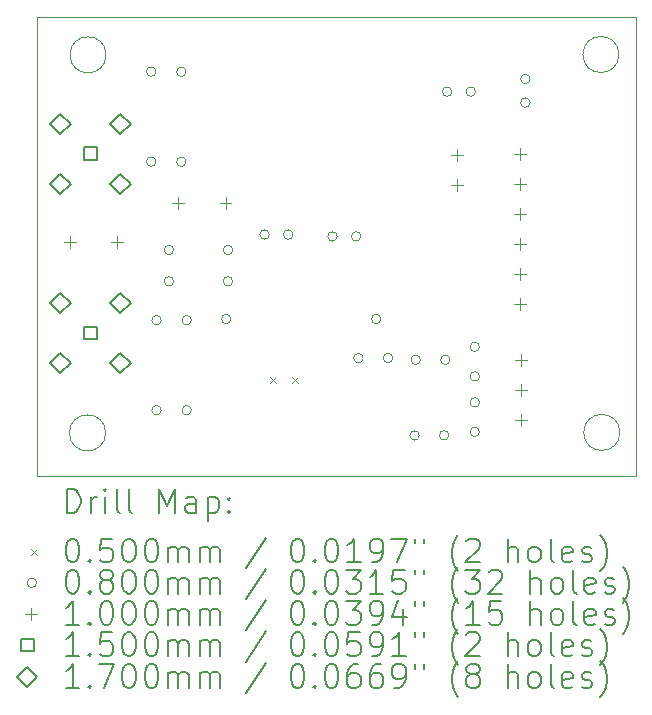
<source format=gbr>
%FSLAX45Y45*%
G04 Gerber Fmt 4.5, Leading zero omitted, Abs format (unit mm)*
G04 Created by KiCad (PCBNEW 6.0.2) date 2022-11-10 22:55:13*
%MOMM*%
%LPD*%
G01*
G04 APERTURE LIST*
%TA.AperFunction,Profile*%
%ADD10C,0.050000*%
%TD*%
%ADD11C,0.200000*%
%ADD12C,0.050000*%
%ADD13C,0.080000*%
%ADD14C,0.100000*%
%ADD15C,0.150000*%
%ADD16C,0.170000*%
G04 APERTURE END LIST*
D10*
X24300000Y-4545000D02*
G75*
G03*
X24300000Y-4545000I-152643J0D01*
G01*
X24307643Y-7745000D02*
G75*
G03*
X24307643Y-7745000I-152643J0D01*
G01*
X19953558Y-7748629D02*
G75*
G03*
X19953558Y-7748629I-152643J0D01*
G01*
X24447500Y-8112000D02*
X19372500Y-8112000D01*
X19372500Y-8112000D02*
X19372500Y-4230000D01*
X19372500Y-4230000D02*
X24447500Y-4230000D01*
X24447500Y-4230000D02*
X24447500Y-8112000D01*
X19957643Y-4548000D02*
G75*
G03*
X19957643Y-4548000I-152643J0D01*
G01*
D11*
D12*
X21345000Y-7275000D02*
X21395000Y-7325000D01*
X21395000Y-7275000D02*
X21345000Y-7325000D01*
X21535000Y-7275000D02*
X21585000Y-7325000D01*
X21585000Y-7275000D02*
X21535000Y-7325000D01*
D13*
X20380000Y-4690000D02*
G75*
G03*
X20380000Y-4690000I-40000J0D01*
G01*
X20380000Y-5452000D02*
G75*
G03*
X20380000Y-5452000I-40000J0D01*
G01*
X20425000Y-6795000D02*
G75*
G03*
X20425000Y-6795000I-40000J0D01*
G01*
X20425000Y-7557000D02*
G75*
G03*
X20425000Y-7557000I-40000J0D01*
G01*
X20530000Y-6200000D02*
G75*
G03*
X20530000Y-6200000I-40000J0D01*
G01*
X20530000Y-6465000D02*
G75*
G03*
X20530000Y-6465000I-40000J0D01*
G01*
X20635000Y-4691000D02*
G75*
G03*
X20635000Y-4691000I-40000J0D01*
G01*
X20635000Y-5453000D02*
G75*
G03*
X20635000Y-5453000I-40000J0D01*
G01*
X20680000Y-6795000D02*
G75*
G03*
X20680000Y-6795000I-40000J0D01*
G01*
X20680000Y-7557000D02*
G75*
G03*
X20680000Y-7557000I-40000J0D01*
G01*
X21015000Y-6785000D02*
G75*
G03*
X21015000Y-6785000I-40000J0D01*
G01*
X21030000Y-6200000D02*
G75*
G03*
X21030000Y-6200000I-40000J0D01*
G01*
X21030000Y-6465000D02*
G75*
G03*
X21030000Y-6465000I-40000J0D01*
G01*
X21340000Y-6070000D02*
G75*
G03*
X21340000Y-6070000I-40000J0D01*
G01*
X21540000Y-6070000D02*
G75*
G03*
X21540000Y-6070000I-40000J0D01*
G01*
X21915000Y-6085000D02*
G75*
G03*
X21915000Y-6085000I-40000J0D01*
G01*
X22115000Y-6085000D02*
G75*
G03*
X22115000Y-6085000I-40000J0D01*
G01*
X22135000Y-7115000D02*
G75*
G03*
X22135000Y-7115000I-40000J0D01*
G01*
X22285000Y-6785000D02*
G75*
G03*
X22285000Y-6785000I-40000J0D01*
G01*
X22385000Y-7115000D02*
G75*
G03*
X22385000Y-7115000I-40000J0D01*
G01*
X22610000Y-7770000D02*
G75*
G03*
X22610000Y-7770000I-40000J0D01*
G01*
X22620000Y-7130000D02*
G75*
G03*
X22620000Y-7130000I-40000J0D01*
G01*
X22860000Y-7770000D02*
G75*
G03*
X22860000Y-7770000I-40000J0D01*
G01*
X22870000Y-7130000D02*
G75*
G03*
X22870000Y-7130000I-40000J0D01*
G01*
X22885000Y-4860000D02*
G75*
G03*
X22885000Y-4860000I-40000J0D01*
G01*
X23085000Y-4860000D02*
G75*
G03*
X23085000Y-4860000I-40000J0D01*
G01*
X23120000Y-7020000D02*
G75*
G03*
X23120000Y-7020000I-40000J0D01*
G01*
X23120000Y-7270000D02*
G75*
G03*
X23120000Y-7270000I-40000J0D01*
G01*
X23120000Y-7490000D02*
G75*
G03*
X23120000Y-7490000I-40000J0D01*
G01*
X23120000Y-7740000D02*
G75*
G03*
X23120000Y-7740000I-40000J0D01*
G01*
X23548000Y-4752511D02*
G75*
G03*
X23548000Y-4752511I-40000J0D01*
G01*
X23548000Y-4952511D02*
G75*
G03*
X23548000Y-4952511I-40000J0D01*
G01*
D14*
X19652000Y-6086000D02*
X19652000Y-6186000D01*
X19602000Y-6136000D02*
X19702000Y-6136000D01*
X20052000Y-6086000D02*
X20052000Y-6186000D01*
X20002000Y-6136000D02*
X20102000Y-6136000D01*
X20570000Y-5750000D02*
X20570000Y-5850000D01*
X20520000Y-5800000D02*
X20620000Y-5800000D01*
X20970000Y-5750000D02*
X20970000Y-5850000D01*
X20920000Y-5800000D02*
X21020000Y-5800000D01*
X22930000Y-5343500D02*
X22930000Y-5443500D01*
X22880000Y-5393500D02*
X22980000Y-5393500D01*
X22930000Y-5597500D02*
X22930000Y-5697500D01*
X22880000Y-5647500D02*
X22980000Y-5647500D01*
X23460000Y-5340000D02*
X23460000Y-5440000D01*
X23410000Y-5390000D02*
X23510000Y-5390000D01*
X23460000Y-5594000D02*
X23460000Y-5694000D01*
X23410000Y-5644000D02*
X23510000Y-5644000D01*
X23460000Y-5848000D02*
X23460000Y-5948000D01*
X23410000Y-5898000D02*
X23510000Y-5898000D01*
X23460000Y-6102000D02*
X23460000Y-6202000D01*
X23410000Y-6152000D02*
X23510000Y-6152000D01*
X23460000Y-6356000D02*
X23460000Y-6456000D01*
X23410000Y-6406000D02*
X23510000Y-6406000D01*
X23460000Y-6610000D02*
X23460000Y-6710000D01*
X23410000Y-6660000D02*
X23510000Y-6660000D01*
X23470000Y-7080000D02*
X23470000Y-7180000D01*
X23420000Y-7130000D02*
X23520000Y-7130000D01*
X23470000Y-7334000D02*
X23470000Y-7434000D01*
X23420000Y-7384000D02*
X23520000Y-7384000D01*
X23470000Y-7588000D02*
X23470000Y-7688000D01*
X23420000Y-7638000D02*
X23520000Y-7638000D01*
D15*
X19879034Y-5437034D02*
X19879034Y-5330967D01*
X19772967Y-5330967D01*
X19772967Y-5437034D01*
X19879034Y-5437034D01*
X19879034Y-6955033D02*
X19879034Y-6848966D01*
X19772967Y-6848966D01*
X19772967Y-6955033D01*
X19879034Y-6955033D01*
D16*
X19572000Y-5215000D02*
X19657000Y-5130000D01*
X19572000Y-5045000D01*
X19487000Y-5130000D01*
X19572000Y-5215000D01*
X19572000Y-5723000D02*
X19657000Y-5638000D01*
X19572000Y-5553000D01*
X19487000Y-5638000D01*
X19572000Y-5723000D01*
X19572000Y-6733000D02*
X19657000Y-6648000D01*
X19572000Y-6563000D01*
X19487000Y-6648000D01*
X19572000Y-6733000D01*
X19572000Y-7241000D02*
X19657000Y-7156000D01*
X19572000Y-7071000D01*
X19487000Y-7156000D01*
X19572000Y-7241000D01*
X20080000Y-5215000D02*
X20165000Y-5130000D01*
X20080000Y-5045000D01*
X19995000Y-5130000D01*
X20080000Y-5215000D01*
X20080000Y-5723000D02*
X20165000Y-5638000D01*
X20080000Y-5553000D01*
X19995000Y-5638000D01*
X20080000Y-5723000D01*
X20080000Y-6733000D02*
X20165000Y-6648000D01*
X20080000Y-6563000D01*
X19995000Y-6648000D01*
X20080000Y-6733000D01*
X20080000Y-7241000D02*
X20165000Y-7156000D01*
X20080000Y-7071000D01*
X19995000Y-7156000D01*
X20080000Y-7241000D01*
D11*
X19627619Y-8424976D02*
X19627619Y-8224976D01*
X19675238Y-8224976D01*
X19703810Y-8234500D01*
X19722857Y-8253548D01*
X19732381Y-8272595D01*
X19741905Y-8310690D01*
X19741905Y-8339262D01*
X19732381Y-8377357D01*
X19722857Y-8396405D01*
X19703810Y-8415452D01*
X19675238Y-8424976D01*
X19627619Y-8424976D01*
X19827619Y-8424976D02*
X19827619Y-8291643D01*
X19827619Y-8329738D02*
X19837143Y-8310690D01*
X19846667Y-8301167D01*
X19865714Y-8291643D01*
X19884762Y-8291643D01*
X19951429Y-8424976D02*
X19951429Y-8291643D01*
X19951429Y-8224976D02*
X19941905Y-8234500D01*
X19951429Y-8244024D01*
X19960952Y-8234500D01*
X19951429Y-8224976D01*
X19951429Y-8244024D01*
X20075238Y-8424976D02*
X20056190Y-8415452D01*
X20046667Y-8396405D01*
X20046667Y-8224976D01*
X20180000Y-8424976D02*
X20160952Y-8415452D01*
X20151429Y-8396405D01*
X20151429Y-8224976D01*
X20408571Y-8424976D02*
X20408571Y-8224976D01*
X20475238Y-8367833D01*
X20541905Y-8224976D01*
X20541905Y-8424976D01*
X20722857Y-8424976D02*
X20722857Y-8320214D01*
X20713333Y-8301167D01*
X20694286Y-8291643D01*
X20656190Y-8291643D01*
X20637143Y-8301167D01*
X20722857Y-8415452D02*
X20703810Y-8424976D01*
X20656190Y-8424976D01*
X20637143Y-8415452D01*
X20627619Y-8396405D01*
X20627619Y-8377357D01*
X20637143Y-8358309D01*
X20656190Y-8348786D01*
X20703810Y-8348786D01*
X20722857Y-8339262D01*
X20818095Y-8291643D02*
X20818095Y-8491643D01*
X20818095Y-8301167D02*
X20837143Y-8291643D01*
X20875238Y-8291643D01*
X20894286Y-8301167D01*
X20903810Y-8310690D01*
X20913333Y-8329738D01*
X20913333Y-8386881D01*
X20903810Y-8405929D01*
X20894286Y-8415452D01*
X20875238Y-8424976D01*
X20837143Y-8424976D01*
X20818095Y-8415452D01*
X20999048Y-8405929D02*
X21008571Y-8415452D01*
X20999048Y-8424976D01*
X20989524Y-8415452D01*
X20999048Y-8405929D01*
X20999048Y-8424976D01*
X20999048Y-8301167D02*
X21008571Y-8310690D01*
X20999048Y-8320214D01*
X20989524Y-8310690D01*
X20999048Y-8301167D01*
X20999048Y-8320214D01*
D12*
X19320000Y-8729500D02*
X19370000Y-8779500D01*
X19370000Y-8729500D02*
X19320000Y-8779500D01*
D11*
X19665714Y-8644976D02*
X19684762Y-8644976D01*
X19703810Y-8654500D01*
X19713333Y-8664024D01*
X19722857Y-8683071D01*
X19732381Y-8721167D01*
X19732381Y-8768786D01*
X19722857Y-8806881D01*
X19713333Y-8825929D01*
X19703810Y-8835452D01*
X19684762Y-8844976D01*
X19665714Y-8844976D01*
X19646667Y-8835452D01*
X19637143Y-8825929D01*
X19627619Y-8806881D01*
X19618095Y-8768786D01*
X19618095Y-8721167D01*
X19627619Y-8683071D01*
X19637143Y-8664024D01*
X19646667Y-8654500D01*
X19665714Y-8644976D01*
X19818095Y-8825929D02*
X19827619Y-8835452D01*
X19818095Y-8844976D01*
X19808571Y-8835452D01*
X19818095Y-8825929D01*
X19818095Y-8844976D01*
X20008571Y-8644976D02*
X19913333Y-8644976D01*
X19903810Y-8740214D01*
X19913333Y-8730690D01*
X19932381Y-8721167D01*
X19980000Y-8721167D01*
X19999048Y-8730690D01*
X20008571Y-8740214D01*
X20018095Y-8759262D01*
X20018095Y-8806881D01*
X20008571Y-8825929D01*
X19999048Y-8835452D01*
X19980000Y-8844976D01*
X19932381Y-8844976D01*
X19913333Y-8835452D01*
X19903810Y-8825929D01*
X20141905Y-8644976D02*
X20160952Y-8644976D01*
X20180000Y-8654500D01*
X20189524Y-8664024D01*
X20199048Y-8683071D01*
X20208571Y-8721167D01*
X20208571Y-8768786D01*
X20199048Y-8806881D01*
X20189524Y-8825929D01*
X20180000Y-8835452D01*
X20160952Y-8844976D01*
X20141905Y-8844976D01*
X20122857Y-8835452D01*
X20113333Y-8825929D01*
X20103810Y-8806881D01*
X20094286Y-8768786D01*
X20094286Y-8721167D01*
X20103810Y-8683071D01*
X20113333Y-8664024D01*
X20122857Y-8654500D01*
X20141905Y-8644976D01*
X20332381Y-8644976D02*
X20351429Y-8644976D01*
X20370476Y-8654500D01*
X20380000Y-8664024D01*
X20389524Y-8683071D01*
X20399048Y-8721167D01*
X20399048Y-8768786D01*
X20389524Y-8806881D01*
X20380000Y-8825929D01*
X20370476Y-8835452D01*
X20351429Y-8844976D01*
X20332381Y-8844976D01*
X20313333Y-8835452D01*
X20303810Y-8825929D01*
X20294286Y-8806881D01*
X20284762Y-8768786D01*
X20284762Y-8721167D01*
X20294286Y-8683071D01*
X20303810Y-8664024D01*
X20313333Y-8654500D01*
X20332381Y-8644976D01*
X20484762Y-8844976D02*
X20484762Y-8711643D01*
X20484762Y-8730690D02*
X20494286Y-8721167D01*
X20513333Y-8711643D01*
X20541905Y-8711643D01*
X20560952Y-8721167D01*
X20570476Y-8740214D01*
X20570476Y-8844976D01*
X20570476Y-8740214D02*
X20580000Y-8721167D01*
X20599048Y-8711643D01*
X20627619Y-8711643D01*
X20646667Y-8721167D01*
X20656190Y-8740214D01*
X20656190Y-8844976D01*
X20751429Y-8844976D02*
X20751429Y-8711643D01*
X20751429Y-8730690D02*
X20760952Y-8721167D01*
X20780000Y-8711643D01*
X20808571Y-8711643D01*
X20827619Y-8721167D01*
X20837143Y-8740214D01*
X20837143Y-8844976D01*
X20837143Y-8740214D02*
X20846667Y-8721167D01*
X20865714Y-8711643D01*
X20894286Y-8711643D01*
X20913333Y-8721167D01*
X20922857Y-8740214D01*
X20922857Y-8844976D01*
X21313333Y-8635452D02*
X21141905Y-8892595D01*
X21570476Y-8644976D02*
X21589524Y-8644976D01*
X21608571Y-8654500D01*
X21618095Y-8664024D01*
X21627619Y-8683071D01*
X21637143Y-8721167D01*
X21637143Y-8768786D01*
X21627619Y-8806881D01*
X21618095Y-8825929D01*
X21608571Y-8835452D01*
X21589524Y-8844976D01*
X21570476Y-8844976D01*
X21551429Y-8835452D01*
X21541905Y-8825929D01*
X21532381Y-8806881D01*
X21522857Y-8768786D01*
X21522857Y-8721167D01*
X21532381Y-8683071D01*
X21541905Y-8664024D01*
X21551429Y-8654500D01*
X21570476Y-8644976D01*
X21722857Y-8825929D02*
X21732381Y-8835452D01*
X21722857Y-8844976D01*
X21713333Y-8835452D01*
X21722857Y-8825929D01*
X21722857Y-8844976D01*
X21856190Y-8644976D02*
X21875238Y-8644976D01*
X21894286Y-8654500D01*
X21903810Y-8664024D01*
X21913333Y-8683071D01*
X21922857Y-8721167D01*
X21922857Y-8768786D01*
X21913333Y-8806881D01*
X21903810Y-8825929D01*
X21894286Y-8835452D01*
X21875238Y-8844976D01*
X21856190Y-8844976D01*
X21837143Y-8835452D01*
X21827619Y-8825929D01*
X21818095Y-8806881D01*
X21808571Y-8768786D01*
X21808571Y-8721167D01*
X21818095Y-8683071D01*
X21827619Y-8664024D01*
X21837143Y-8654500D01*
X21856190Y-8644976D01*
X22113333Y-8844976D02*
X21999048Y-8844976D01*
X22056190Y-8844976D02*
X22056190Y-8644976D01*
X22037143Y-8673548D01*
X22018095Y-8692595D01*
X21999048Y-8702119D01*
X22208571Y-8844976D02*
X22246667Y-8844976D01*
X22265714Y-8835452D01*
X22275238Y-8825929D01*
X22294286Y-8797357D01*
X22303810Y-8759262D01*
X22303810Y-8683071D01*
X22294286Y-8664024D01*
X22284762Y-8654500D01*
X22265714Y-8644976D01*
X22227619Y-8644976D01*
X22208571Y-8654500D01*
X22199048Y-8664024D01*
X22189524Y-8683071D01*
X22189524Y-8730690D01*
X22199048Y-8749738D01*
X22208571Y-8759262D01*
X22227619Y-8768786D01*
X22265714Y-8768786D01*
X22284762Y-8759262D01*
X22294286Y-8749738D01*
X22303810Y-8730690D01*
X22370476Y-8644976D02*
X22503809Y-8644976D01*
X22418095Y-8844976D01*
X22570476Y-8644976D02*
X22570476Y-8683071D01*
X22646667Y-8644976D02*
X22646667Y-8683071D01*
X22941905Y-8921167D02*
X22932381Y-8911643D01*
X22913333Y-8883071D01*
X22903809Y-8864024D01*
X22894286Y-8835452D01*
X22884762Y-8787833D01*
X22884762Y-8749738D01*
X22894286Y-8702119D01*
X22903809Y-8673548D01*
X22913333Y-8654500D01*
X22932381Y-8625929D01*
X22941905Y-8616405D01*
X23008571Y-8664024D02*
X23018095Y-8654500D01*
X23037143Y-8644976D01*
X23084762Y-8644976D01*
X23103809Y-8654500D01*
X23113333Y-8664024D01*
X23122857Y-8683071D01*
X23122857Y-8702119D01*
X23113333Y-8730690D01*
X22999048Y-8844976D01*
X23122857Y-8844976D01*
X23360952Y-8844976D02*
X23360952Y-8644976D01*
X23446667Y-8844976D02*
X23446667Y-8740214D01*
X23437143Y-8721167D01*
X23418095Y-8711643D01*
X23389524Y-8711643D01*
X23370476Y-8721167D01*
X23360952Y-8730690D01*
X23570476Y-8844976D02*
X23551428Y-8835452D01*
X23541905Y-8825929D01*
X23532381Y-8806881D01*
X23532381Y-8749738D01*
X23541905Y-8730690D01*
X23551428Y-8721167D01*
X23570476Y-8711643D01*
X23599048Y-8711643D01*
X23618095Y-8721167D01*
X23627619Y-8730690D01*
X23637143Y-8749738D01*
X23637143Y-8806881D01*
X23627619Y-8825929D01*
X23618095Y-8835452D01*
X23599048Y-8844976D01*
X23570476Y-8844976D01*
X23751428Y-8844976D02*
X23732381Y-8835452D01*
X23722857Y-8816405D01*
X23722857Y-8644976D01*
X23903809Y-8835452D02*
X23884762Y-8844976D01*
X23846667Y-8844976D01*
X23827619Y-8835452D01*
X23818095Y-8816405D01*
X23818095Y-8740214D01*
X23827619Y-8721167D01*
X23846667Y-8711643D01*
X23884762Y-8711643D01*
X23903809Y-8721167D01*
X23913333Y-8740214D01*
X23913333Y-8759262D01*
X23818095Y-8778310D01*
X23989524Y-8835452D02*
X24008571Y-8844976D01*
X24046667Y-8844976D01*
X24065714Y-8835452D01*
X24075238Y-8816405D01*
X24075238Y-8806881D01*
X24065714Y-8787833D01*
X24046667Y-8778310D01*
X24018095Y-8778310D01*
X23999048Y-8768786D01*
X23989524Y-8749738D01*
X23989524Y-8740214D01*
X23999048Y-8721167D01*
X24018095Y-8711643D01*
X24046667Y-8711643D01*
X24065714Y-8721167D01*
X24141905Y-8921167D02*
X24151428Y-8911643D01*
X24170476Y-8883071D01*
X24180000Y-8864024D01*
X24189524Y-8835452D01*
X24199048Y-8787833D01*
X24199048Y-8749738D01*
X24189524Y-8702119D01*
X24180000Y-8673548D01*
X24170476Y-8654500D01*
X24151428Y-8625929D01*
X24141905Y-8616405D01*
D13*
X19370000Y-9018500D02*
G75*
G03*
X19370000Y-9018500I-40000J0D01*
G01*
D11*
X19665714Y-8908976D02*
X19684762Y-8908976D01*
X19703810Y-8918500D01*
X19713333Y-8928024D01*
X19722857Y-8947071D01*
X19732381Y-8985167D01*
X19732381Y-9032786D01*
X19722857Y-9070881D01*
X19713333Y-9089929D01*
X19703810Y-9099452D01*
X19684762Y-9108976D01*
X19665714Y-9108976D01*
X19646667Y-9099452D01*
X19637143Y-9089929D01*
X19627619Y-9070881D01*
X19618095Y-9032786D01*
X19618095Y-8985167D01*
X19627619Y-8947071D01*
X19637143Y-8928024D01*
X19646667Y-8918500D01*
X19665714Y-8908976D01*
X19818095Y-9089929D02*
X19827619Y-9099452D01*
X19818095Y-9108976D01*
X19808571Y-9099452D01*
X19818095Y-9089929D01*
X19818095Y-9108976D01*
X19941905Y-8994690D02*
X19922857Y-8985167D01*
X19913333Y-8975643D01*
X19903810Y-8956595D01*
X19903810Y-8947071D01*
X19913333Y-8928024D01*
X19922857Y-8918500D01*
X19941905Y-8908976D01*
X19980000Y-8908976D01*
X19999048Y-8918500D01*
X20008571Y-8928024D01*
X20018095Y-8947071D01*
X20018095Y-8956595D01*
X20008571Y-8975643D01*
X19999048Y-8985167D01*
X19980000Y-8994690D01*
X19941905Y-8994690D01*
X19922857Y-9004214D01*
X19913333Y-9013738D01*
X19903810Y-9032786D01*
X19903810Y-9070881D01*
X19913333Y-9089929D01*
X19922857Y-9099452D01*
X19941905Y-9108976D01*
X19980000Y-9108976D01*
X19999048Y-9099452D01*
X20008571Y-9089929D01*
X20018095Y-9070881D01*
X20018095Y-9032786D01*
X20008571Y-9013738D01*
X19999048Y-9004214D01*
X19980000Y-8994690D01*
X20141905Y-8908976D02*
X20160952Y-8908976D01*
X20180000Y-8918500D01*
X20189524Y-8928024D01*
X20199048Y-8947071D01*
X20208571Y-8985167D01*
X20208571Y-9032786D01*
X20199048Y-9070881D01*
X20189524Y-9089929D01*
X20180000Y-9099452D01*
X20160952Y-9108976D01*
X20141905Y-9108976D01*
X20122857Y-9099452D01*
X20113333Y-9089929D01*
X20103810Y-9070881D01*
X20094286Y-9032786D01*
X20094286Y-8985167D01*
X20103810Y-8947071D01*
X20113333Y-8928024D01*
X20122857Y-8918500D01*
X20141905Y-8908976D01*
X20332381Y-8908976D02*
X20351429Y-8908976D01*
X20370476Y-8918500D01*
X20380000Y-8928024D01*
X20389524Y-8947071D01*
X20399048Y-8985167D01*
X20399048Y-9032786D01*
X20389524Y-9070881D01*
X20380000Y-9089929D01*
X20370476Y-9099452D01*
X20351429Y-9108976D01*
X20332381Y-9108976D01*
X20313333Y-9099452D01*
X20303810Y-9089929D01*
X20294286Y-9070881D01*
X20284762Y-9032786D01*
X20284762Y-8985167D01*
X20294286Y-8947071D01*
X20303810Y-8928024D01*
X20313333Y-8918500D01*
X20332381Y-8908976D01*
X20484762Y-9108976D02*
X20484762Y-8975643D01*
X20484762Y-8994690D02*
X20494286Y-8985167D01*
X20513333Y-8975643D01*
X20541905Y-8975643D01*
X20560952Y-8985167D01*
X20570476Y-9004214D01*
X20570476Y-9108976D01*
X20570476Y-9004214D02*
X20580000Y-8985167D01*
X20599048Y-8975643D01*
X20627619Y-8975643D01*
X20646667Y-8985167D01*
X20656190Y-9004214D01*
X20656190Y-9108976D01*
X20751429Y-9108976D02*
X20751429Y-8975643D01*
X20751429Y-8994690D02*
X20760952Y-8985167D01*
X20780000Y-8975643D01*
X20808571Y-8975643D01*
X20827619Y-8985167D01*
X20837143Y-9004214D01*
X20837143Y-9108976D01*
X20837143Y-9004214D02*
X20846667Y-8985167D01*
X20865714Y-8975643D01*
X20894286Y-8975643D01*
X20913333Y-8985167D01*
X20922857Y-9004214D01*
X20922857Y-9108976D01*
X21313333Y-8899452D02*
X21141905Y-9156595D01*
X21570476Y-8908976D02*
X21589524Y-8908976D01*
X21608571Y-8918500D01*
X21618095Y-8928024D01*
X21627619Y-8947071D01*
X21637143Y-8985167D01*
X21637143Y-9032786D01*
X21627619Y-9070881D01*
X21618095Y-9089929D01*
X21608571Y-9099452D01*
X21589524Y-9108976D01*
X21570476Y-9108976D01*
X21551429Y-9099452D01*
X21541905Y-9089929D01*
X21532381Y-9070881D01*
X21522857Y-9032786D01*
X21522857Y-8985167D01*
X21532381Y-8947071D01*
X21541905Y-8928024D01*
X21551429Y-8918500D01*
X21570476Y-8908976D01*
X21722857Y-9089929D02*
X21732381Y-9099452D01*
X21722857Y-9108976D01*
X21713333Y-9099452D01*
X21722857Y-9089929D01*
X21722857Y-9108976D01*
X21856190Y-8908976D02*
X21875238Y-8908976D01*
X21894286Y-8918500D01*
X21903810Y-8928024D01*
X21913333Y-8947071D01*
X21922857Y-8985167D01*
X21922857Y-9032786D01*
X21913333Y-9070881D01*
X21903810Y-9089929D01*
X21894286Y-9099452D01*
X21875238Y-9108976D01*
X21856190Y-9108976D01*
X21837143Y-9099452D01*
X21827619Y-9089929D01*
X21818095Y-9070881D01*
X21808571Y-9032786D01*
X21808571Y-8985167D01*
X21818095Y-8947071D01*
X21827619Y-8928024D01*
X21837143Y-8918500D01*
X21856190Y-8908976D01*
X21989524Y-8908976D02*
X22113333Y-8908976D01*
X22046667Y-8985167D01*
X22075238Y-8985167D01*
X22094286Y-8994690D01*
X22103810Y-9004214D01*
X22113333Y-9023262D01*
X22113333Y-9070881D01*
X22103810Y-9089929D01*
X22094286Y-9099452D01*
X22075238Y-9108976D01*
X22018095Y-9108976D01*
X21999048Y-9099452D01*
X21989524Y-9089929D01*
X22303810Y-9108976D02*
X22189524Y-9108976D01*
X22246667Y-9108976D02*
X22246667Y-8908976D01*
X22227619Y-8937548D01*
X22208571Y-8956595D01*
X22189524Y-8966119D01*
X22484762Y-8908976D02*
X22389524Y-8908976D01*
X22380000Y-9004214D01*
X22389524Y-8994690D01*
X22408571Y-8985167D01*
X22456190Y-8985167D01*
X22475238Y-8994690D01*
X22484762Y-9004214D01*
X22494286Y-9023262D01*
X22494286Y-9070881D01*
X22484762Y-9089929D01*
X22475238Y-9099452D01*
X22456190Y-9108976D01*
X22408571Y-9108976D01*
X22389524Y-9099452D01*
X22380000Y-9089929D01*
X22570476Y-8908976D02*
X22570476Y-8947071D01*
X22646667Y-8908976D02*
X22646667Y-8947071D01*
X22941905Y-9185167D02*
X22932381Y-9175643D01*
X22913333Y-9147071D01*
X22903809Y-9128024D01*
X22894286Y-9099452D01*
X22884762Y-9051833D01*
X22884762Y-9013738D01*
X22894286Y-8966119D01*
X22903809Y-8937548D01*
X22913333Y-8918500D01*
X22932381Y-8889929D01*
X22941905Y-8880405D01*
X22999048Y-8908976D02*
X23122857Y-8908976D01*
X23056190Y-8985167D01*
X23084762Y-8985167D01*
X23103809Y-8994690D01*
X23113333Y-9004214D01*
X23122857Y-9023262D01*
X23122857Y-9070881D01*
X23113333Y-9089929D01*
X23103809Y-9099452D01*
X23084762Y-9108976D01*
X23027619Y-9108976D01*
X23008571Y-9099452D01*
X22999048Y-9089929D01*
X23199048Y-8928024D02*
X23208571Y-8918500D01*
X23227619Y-8908976D01*
X23275238Y-8908976D01*
X23294286Y-8918500D01*
X23303809Y-8928024D01*
X23313333Y-8947071D01*
X23313333Y-8966119D01*
X23303809Y-8994690D01*
X23189524Y-9108976D01*
X23313333Y-9108976D01*
X23551428Y-9108976D02*
X23551428Y-8908976D01*
X23637143Y-9108976D02*
X23637143Y-9004214D01*
X23627619Y-8985167D01*
X23608571Y-8975643D01*
X23580000Y-8975643D01*
X23560952Y-8985167D01*
X23551428Y-8994690D01*
X23760952Y-9108976D02*
X23741905Y-9099452D01*
X23732381Y-9089929D01*
X23722857Y-9070881D01*
X23722857Y-9013738D01*
X23732381Y-8994690D01*
X23741905Y-8985167D01*
X23760952Y-8975643D01*
X23789524Y-8975643D01*
X23808571Y-8985167D01*
X23818095Y-8994690D01*
X23827619Y-9013738D01*
X23827619Y-9070881D01*
X23818095Y-9089929D01*
X23808571Y-9099452D01*
X23789524Y-9108976D01*
X23760952Y-9108976D01*
X23941905Y-9108976D02*
X23922857Y-9099452D01*
X23913333Y-9080405D01*
X23913333Y-8908976D01*
X24094286Y-9099452D02*
X24075238Y-9108976D01*
X24037143Y-9108976D01*
X24018095Y-9099452D01*
X24008571Y-9080405D01*
X24008571Y-9004214D01*
X24018095Y-8985167D01*
X24037143Y-8975643D01*
X24075238Y-8975643D01*
X24094286Y-8985167D01*
X24103809Y-9004214D01*
X24103809Y-9023262D01*
X24008571Y-9042310D01*
X24180000Y-9099452D02*
X24199048Y-9108976D01*
X24237143Y-9108976D01*
X24256190Y-9099452D01*
X24265714Y-9080405D01*
X24265714Y-9070881D01*
X24256190Y-9051833D01*
X24237143Y-9042310D01*
X24208571Y-9042310D01*
X24189524Y-9032786D01*
X24180000Y-9013738D01*
X24180000Y-9004214D01*
X24189524Y-8985167D01*
X24208571Y-8975643D01*
X24237143Y-8975643D01*
X24256190Y-8985167D01*
X24332381Y-9185167D02*
X24341905Y-9175643D01*
X24360952Y-9147071D01*
X24370476Y-9128024D01*
X24380000Y-9099452D01*
X24389524Y-9051833D01*
X24389524Y-9013738D01*
X24380000Y-8966119D01*
X24370476Y-8937548D01*
X24360952Y-8918500D01*
X24341905Y-8889929D01*
X24332381Y-8880405D01*
D14*
X19320000Y-9232500D02*
X19320000Y-9332500D01*
X19270000Y-9282500D02*
X19370000Y-9282500D01*
D11*
X19732381Y-9372976D02*
X19618095Y-9372976D01*
X19675238Y-9372976D02*
X19675238Y-9172976D01*
X19656190Y-9201548D01*
X19637143Y-9220595D01*
X19618095Y-9230119D01*
X19818095Y-9353929D02*
X19827619Y-9363452D01*
X19818095Y-9372976D01*
X19808571Y-9363452D01*
X19818095Y-9353929D01*
X19818095Y-9372976D01*
X19951429Y-9172976D02*
X19970476Y-9172976D01*
X19989524Y-9182500D01*
X19999048Y-9192024D01*
X20008571Y-9211071D01*
X20018095Y-9249167D01*
X20018095Y-9296786D01*
X20008571Y-9334881D01*
X19999048Y-9353929D01*
X19989524Y-9363452D01*
X19970476Y-9372976D01*
X19951429Y-9372976D01*
X19932381Y-9363452D01*
X19922857Y-9353929D01*
X19913333Y-9334881D01*
X19903810Y-9296786D01*
X19903810Y-9249167D01*
X19913333Y-9211071D01*
X19922857Y-9192024D01*
X19932381Y-9182500D01*
X19951429Y-9172976D01*
X20141905Y-9172976D02*
X20160952Y-9172976D01*
X20180000Y-9182500D01*
X20189524Y-9192024D01*
X20199048Y-9211071D01*
X20208571Y-9249167D01*
X20208571Y-9296786D01*
X20199048Y-9334881D01*
X20189524Y-9353929D01*
X20180000Y-9363452D01*
X20160952Y-9372976D01*
X20141905Y-9372976D01*
X20122857Y-9363452D01*
X20113333Y-9353929D01*
X20103810Y-9334881D01*
X20094286Y-9296786D01*
X20094286Y-9249167D01*
X20103810Y-9211071D01*
X20113333Y-9192024D01*
X20122857Y-9182500D01*
X20141905Y-9172976D01*
X20332381Y-9172976D02*
X20351429Y-9172976D01*
X20370476Y-9182500D01*
X20380000Y-9192024D01*
X20389524Y-9211071D01*
X20399048Y-9249167D01*
X20399048Y-9296786D01*
X20389524Y-9334881D01*
X20380000Y-9353929D01*
X20370476Y-9363452D01*
X20351429Y-9372976D01*
X20332381Y-9372976D01*
X20313333Y-9363452D01*
X20303810Y-9353929D01*
X20294286Y-9334881D01*
X20284762Y-9296786D01*
X20284762Y-9249167D01*
X20294286Y-9211071D01*
X20303810Y-9192024D01*
X20313333Y-9182500D01*
X20332381Y-9172976D01*
X20484762Y-9372976D02*
X20484762Y-9239643D01*
X20484762Y-9258690D02*
X20494286Y-9249167D01*
X20513333Y-9239643D01*
X20541905Y-9239643D01*
X20560952Y-9249167D01*
X20570476Y-9268214D01*
X20570476Y-9372976D01*
X20570476Y-9268214D02*
X20580000Y-9249167D01*
X20599048Y-9239643D01*
X20627619Y-9239643D01*
X20646667Y-9249167D01*
X20656190Y-9268214D01*
X20656190Y-9372976D01*
X20751429Y-9372976D02*
X20751429Y-9239643D01*
X20751429Y-9258690D02*
X20760952Y-9249167D01*
X20780000Y-9239643D01*
X20808571Y-9239643D01*
X20827619Y-9249167D01*
X20837143Y-9268214D01*
X20837143Y-9372976D01*
X20837143Y-9268214D02*
X20846667Y-9249167D01*
X20865714Y-9239643D01*
X20894286Y-9239643D01*
X20913333Y-9249167D01*
X20922857Y-9268214D01*
X20922857Y-9372976D01*
X21313333Y-9163452D02*
X21141905Y-9420595D01*
X21570476Y-9172976D02*
X21589524Y-9172976D01*
X21608571Y-9182500D01*
X21618095Y-9192024D01*
X21627619Y-9211071D01*
X21637143Y-9249167D01*
X21637143Y-9296786D01*
X21627619Y-9334881D01*
X21618095Y-9353929D01*
X21608571Y-9363452D01*
X21589524Y-9372976D01*
X21570476Y-9372976D01*
X21551429Y-9363452D01*
X21541905Y-9353929D01*
X21532381Y-9334881D01*
X21522857Y-9296786D01*
X21522857Y-9249167D01*
X21532381Y-9211071D01*
X21541905Y-9192024D01*
X21551429Y-9182500D01*
X21570476Y-9172976D01*
X21722857Y-9353929D02*
X21732381Y-9363452D01*
X21722857Y-9372976D01*
X21713333Y-9363452D01*
X21722857Y-9353929D01*
X21722857Y-9372976D01*
X21856190Y-9172976D02*
X21875238Y-9172976D01*
X21894286Y-9182500D01*
X21903810Y-9192024D01*
X21913333Y-9211071D01*
X21922857Y-9249167D01*
X21922857Y-9296786D01*
X21913333Y-9334881D01*
X21903810Y-9353929D01*
X21894286Y-9363452D01*
X21875238Y-9372976D01*
X21856190Y-9372976D01*
X21837143Y-9363452D01*
X21827619Y-9353929D01*
X21818095Y-9334881D01*
X21808571Y-9296786D01*
X21808571Y-9249167D01*
X21818095Y-9211071D01*
X21827619Y-9192024D01*
X21837143Y-9182500D01*
X21856190Y-9172976D01*
X21989524Y-9172976D02*
X22113333Y-9172976D01*
X22046667Y-9249167D01*
X22075238Y-9249167D01*
X22094286Y-9258690D01*
X22103810Y-9268214D01*
X22113333Y-9287262D01*
X22113333Y-9334881D01*
X22103810Y-9353929D01*
X22094286Y-9363452D01*
X22075238Y-9372976D01*
X22018095Y-9372976D01*
X21999048Y-9363452D01*
X21989524Y-9353929D01*
X22208571Y-9372976D02*
X22246667Y-9372976D01*
X22265714Y-9363452D01*
X22275238Y-9353929D01*
X22294286Y-9325357D01*
X22303810Y-9287262D01*
X22303810Y-9211071D01*
X22294286Y-9192024D01*
X22284762Y-9182500D01*
X22265714Y-9172976D01*
X22227619Y-9172976D01*
X22208571Y-9182500D01*
X22199048Y-9192024D01*
X22189524Y-9211071D01*
X22189524Y-9258690D01*
X22199048Y-9277738D01*
X22208571Y-9287262D01*
X22227619Y-9296786D01*
X22265714Y-9296786D01*
X22284762Y-9287262D01*
X22294286Y-9277738D01*
X22303810Y-9258690D01*
X22475238Y-9239643D02*
X22475238Y-9372976D01*
X22427619Y-9163452D02*
X22380000Y-9306310D01*
X22503809Y-9306310D01*
X22570476Y-9172976D02*
X22570476Y-9211071D01*
X22646667Y-9172976D02*
X22646667Y-9211071D01*
X22941905Y-9449167D02*
X22932381Y-9439643D01*
X22913333Y-9411071D01*
X22903809Y-9392024D01*
X22894286Y-9363452D01*
X22884762Y-9315833D01*
X22884762Y-9277738D01*
X22894286Y-9230119D01*
X22903809Y-9201548D01*
X22913333Y-9182500D01*
X22932381Y-9153929D01*
X22941905Y-9144405D01*
X23122857Y-9372976D02*
X23008571Y-9372976D01*
X23065714Y-9372976D02*
X23065714Y-9172976D01*
X23046667Y-9201548D01*
X23027619Y-9220595D01*
X23008571Y-9230119D01*
X23303809Y-9172976D02*
X23208571Y-9172976D01*
X23199048Y-9268214D01*
X23208571Y-9258690D01*
X23227619Y-9249167D01*
X23275238Y-9249167D01*
X23294286Y-9258690D01*
X23303809Y-9268214D01*
X23313333Y-9287262D01*
X23313333Y-9334881D01*
X23303809Y-9353929D01*
X23294286Y-9363452D01*
X23275238Y-9372976D01*
X23227619Y-9372976D01*
X23208571Y-9363452D01*
X23199048Y-9353929D01*
X23551428Y-9372976D02*
X23551428Y-9172976D01*
X23637143Y-9372976D02*
X23637143Y-9268214D01*
X23627619Y-9249167D01*
X23608571Y-9239643D01*
X23580000Y-9239643D01*
X23560952Y-9249167D01*
X23551428Y-9258690D01*
X23760952Y-9372976D02*
X23741905Y-9363452D01*
X23732381Y-9353929D01*
X23722857Y-9334881D01*
X23722857Y-9277738D01*
X23732381Y-9258690D01*
X23741905Y-9249167D01*
X23760952Y-9239643D01*
X23789524Y-9239643D01*
X23808571Y-9249167D01*
X23818095Y-9258690D01*
X23827619Y-9277738D01*
X23827619Y-9334881D01*
X23818095Y-9353929D01*
X23808571Y-9363452D01*
X23789524Y-9372976D01*
X23760952Y-9372976D01*
X23941905Y-9372976D02*
X23922857Y-9363452D01*
X23913333Y-9344405D01*
X23913333Y-9172976D01*
X24094286Y-9363452D02*
X24075238Y-9372976D01*
X24037143Y-9372976D01*
X24018095Y-9363452D01*
X24008571Y-9344405D01*
X24008571Y-9268214D01*
X24018095Y-9249167D01*
X24037143Y-9239643D01*
X24075238Y-9239643D01*
X24094286Y-9249167D01*
X24103809Y-9268214D01*
X24103809Y-9287262D01*
X24008571Y-9306310D01*
X24180000Y-9363452D02*
X24199048Y-9372976D01*
X24237143Y-9372976D01*
X24256190Y-9363452D01*
X24265714Y-9344405D01*
X24265714Y-9334881D01*
X24256190Y-9315833D01*
X24237143Y-9306310D01*
X24208571Y-9306310D01*
X24189524Y-9296786D01*
X24180000Y-9277738D01*
X24180000Y-9268214D01*
X24189524Y-9249167D01*
X24208571Y-9239643D01*
X24237143Y-9239643D01*
X24256190Y-9249167D01*
X24332381Y-9449167D02*
X24341905Y-9439643D01*
X24360952Y-9411071D01*
X24370476Y-9392024D01*
X24380000Y-9363452D01*
X24389524Y-9315833D01*
X24389524Y-9277738D01*
X24380000Y-9230119D01*
X24370476Y-9201548D01*
X24360952Y-9182500D01*
X24341905Y-9153929D01*
X24332381Y-9144405D01*
D15*
X19348034Y-9599534D02*
X19348034Y-9493467D01*
X19241967Y-9493467D01*
X19241967Y-9599534D01*
X19348034Y-9599534D01*
D11*
X19732381Y-9636976D02*
X19618095Y-9636976D01*
X19675238Y-9636976D02*
X19675238Y-9436976D01*
X19656190Y-9465548D01*
X19637143Y-9484595D01*
X19618095Y-9494119D01*
X19818095Y-9617929D02*
X19827619Y-9627452D01*
X19818095Y-9636976D01*
X19808571Y-9627452D01*
X19818095Y-9617929D01*
X19818095Y-9636976D01*
X20008571Y-9436976D02*
X19913333Y-9436976D01*
X19903810Y-9532214D01*
X19913333Y-9522690D01*
X19932381Y-9513167D01*
X19980000Y-9513167D01*
X19999048Y-9522690D01*
X20008571Y-9532214D01*
X20018095Y-9551262D01*
X20018095Y-9598881D01*
X20008571Y-9617929D01*
X19999048Y-9627452D01*
X19980000Y-9636976D01*
X19932381Y-9636976D01*
X19913333Y-9627452D01*
X19903810Y-9617929D01*
X20141905Y-9436976D02*
X20160952Y-9436976D01*
X20180000Y-9446500D01*
X20189524Y-9456024D01*
X20199048Y-9475071D01*
X20208571Y-9513167D01*
X20208571Y-9560786D01*
X20199048Y-9598881D01*
X20189524Y-9617929D01*
X20180000Y-9627452D01*
X20160952Y-9636976D01*
X20141905Y-9636976D01*
X20122857Y-9627452D01*
X20113333Y-9617929D01*
X20103810Y-9598881D01*
X20094286Y-9560786D01*
X20094286Y-9513167D01*
X20103810Y-9475071D01*
X20113333Y-9456024D01*
X20122857Y-9446500D01*
X20141905Y-9436976D01*
X20332381Y-9436976D02*
X20351429Y-9436976D01*
X20370476Y-9446500D01*
X20380000Y-9456024D01*
X20389524Y-9475071D01*
X20399048Y-9513167D01*
X20399048Y-9560786D01*
X20389524Y-9598881D01*
X20380000Y-9617929D01*
X20370476Y-9627452D01*
X20351429Y-9636976D01*
X20332381Y-9636976D01*
X20313333Y-9627452D01*
X20303810Y-9617929D01*
X20294286Y-9598881D01*
X20284762Y-9560786D01*
X20284762Y-9513167D01*
X20294286Y-9475071D01*
X20303810Y-9456024D01*
X20313333Y-9446500D01*
X20332381Y-9436976D01*
X20484762Y-9636976D02*
X20484762Y-9503643D01*
X20484762Y-9522690D02*
X20494286Y-9513167D01*
X20513333Y-9503643D01*
X20541905Y-9503643D01*
X20560952Y-9513167D01*
X20570476Y-9532214D01*
X20570476Y-9636976D01*
X20570476Y-9532214D02*
X20580000Y-9513167D01*
X20599048Y-9503643D01*
X20627619Y-9503643D01*
X20646667Y-9513167D01*
X20656190Y-9532214D01*
X20656190Y-9636976D01*
X20751429Y-9636976D02*
X20751429Y-9503643D01*
X20751429Y-9522690D02*
X20760952Y-9513167D01*
X20780000Y-9503643D01*
X20808571Y-9503643D01*
X20827619Y-9513167D01*
X20837143Y-9532214D01*
X20837143Y-9636976D01*
X20837143Y-9532214D02*
X20846667Y-9513167D01*
X20865714Y-9503643D01*
X20894286Y-9503643D01*
X20913333Y-9513167D01*
X20922857Y-9532214D01*
X20922857Y-9636976D01*
X21313333Y-9427452D02*
X21141905Y-9684595D01*
X21570476Y-9436976D02*
X21589524Y-9436976D01*
X21608571Y-9446500D01*
X21618095Y-9456024D01*
X21627619Y-9475071D01*
X21637143Y-9513167D01*
X21637143Y-9560786D01*
X21627619Y-9598881D01*
X21618095Y-9617929D01*
X21608571Y-9627452D01*
X21589524Y-9636976D01*
X21570476Y-9636976D01*
X21551429Y-9627452D01*
X21541905Y-9617929D01*
X21532381Y-9598881D01*
X21522857Y-9560786D01*
X21522857Y-9513167D01*
X21532381Y-9475071D01*
X21541905Y-9456024D01*
X21551429Y-9446500D01*
X21570476Y-9436976D01*
X21722857Y-9617929D02*
X21732381Y-9627452D01*
X21722857Y-9636976D01*
X21713333Y-9627452D01*
X21722857Y-9617929D01*
X21722857Y-9636976D01*
X21856190Y-9436976D02*
X21875238Y-9436976D01*
X21894286Y-9446500D01*
X21903810Y-9456024D01*
X21913333Y-9475071D01*
X21922857Y-9513167D01*
X21922857Y-9560786D01*
X21913333Y-9598881D01*
X21903810Y-9617929D01*
X21894286Y-9627452D01*
X21875238Y-9636976D01*
X21856190Y-9636976D01*
X21837143Y-9627452D01*
X21827619Y-9617929D01*
X21818095Y-9598881D01*
X21808571Y-9560786D01*
X21808571Y-9513167D01*
X21818095Y-9475071D01*
X21827619Y-9456024D01*
X21837143Y-9446500D01*
X21856190Y-9436976D01*
X22103810Y-9436976D02*
X22008571Y-9436976D01*
X21999048Y-9532214D01*
X22008571Y-9522690D01*
X22027619Y-9513167D01*
X22075238Y-9513167D01*
X22094286Y-9522690D01*
X22103810Y-9532214D01*
X22113333Y-9551262D01*
X22113333Y-9598881D01*
X22103810Y-9617929D01*
X22094286Y-9627452D01*
X22075238Y-9636976D01*
X22027619Y-9636976D01*
X22008571Y-9627452D01*
X21999048Y-9617929D01*
X22208571Y-9636976D02*
X22246667Y-9636976D01*
X22265714Y-9627452D01*
X22275238Y-9617929D01*
X22294286Y-9589357D01*
X22303810Y-9551262D01*
X22303810Y-9475071D01*
X22294286Y-9456024D01*
X22284762Y-9446500D01*
X22265714Y-9436976D01*
X22227619Y-9436976D01*
X22208571Y-9446500D01*
X22199048Y-9456024D01*
X22189524Y-9475071D01*
X22189524Y-9522690D01*
X22199048Y-9541738D01*
X22208571Y-9551262D01*
X22227619Y-9560786D01*
X22265714Y-9560786D01*
X22284762Y-9551262D01*
X22294286Y-9541738D01*
X22303810Y-9522690D01*
X22494286Y-9636976D02*
X22380000Y-9636976D01*
X22437143Y-9636976D02*
X22437143Y-9436976D01*
X22418095Y-9465548D01*
X22399048Y-9484595D01*
X22380000Y-9494119D01*
X22570476Y-9436976D02*
X22570476Y-9475071D01*
X22646667Y-9436976D02*
X22646667Y-9475071D01*
X22941905Y-9713167D02*
X22932381Y-9703643D01*
X22913333Y-9675071D01*
X22903809Y-9656024D01*
X22894286Y-9627452D01*
X22884762Y-9579833D01*
X22884762Y-9541738D01*
X22894286Y-9494119D01*
X22903809Y-9465548D01*
X22913333Y-9446500D01*
X22932381Y-9417929D01*
X22941905Y-9408405D01*
X23008571Y-9456024D02*
X23018095Y-9446500D01*
X23037143Y-9436976D01*
X23084762Y-9436976D01*
X23103809Y-9446500D01*
X23113333Y-9456024D01*
X23122857Y-9475071D01*
X23122857Y-9494119D01*
X23113333Y-9522690D01*
X22999048Y-9636976D01*
X23122857Y-9636976D01*
X23360952Y-9636976D02*
X23360952Y-9436976D01*
X23446667Y-9636976D02*
X23446667Y-9532214D01*
X23437143Y-9513167D01*
X23418095Y-9503643D01*
X23389524Y-9503643D01*
X23370476Y-9513167D01*
X23360952Y-9522690D01*
X23570476Y-9636976D02*
X23551428Y-9627452D01*
X23541905Y-9617929D01*
X23532381Y-9598881D01*
X23532381Y-9541738D01*
X23541905Y-9522690D01*
X23551428Y-9513167D01*
X23570476Y-9503643D01*
X23599048Y-9503643D01*
X23618095Y-9513167D01*
X23627619Y-9522690D01*
X23637143Y-9541738D01*
X23637143Y-9598881D01*
X23627619Y-9617929D01*
X23618095Y-9627452D01*
X23599048Y-9636976D01*
X23570476Y-9636976D01*
X23751428Y-9636976D02*
X23732381Y-9627452D01*
X23722857Y-9608405D01*
X23722857Y-9436976D01*
X23903809Y-9627452D02*
X23884762Y-9636976D01*
X23846667Y-9636976D01*
X23827619Y-9627452D01*
X23818095Y-9608405D01*
X23818095Y-9532214D01*
X23827619Y-9513167D01*
X23846667Y-9503643D01*
X23884762Y-9503643D01*
X23903809Y-9513167D01*
X23913333Y-9532214D01*
X23913333Y-9551262D01*
X23818095Y-9570310D01*
X23989524Y-9627452D02*
X24008571Y-9636976D01*
X24046667Y-9636976D01*
X24065714Y-9627452D01*
X24075238Y-9608405D01*
X24075238Y-9598881D01*
X24065714Y-9579833D01*
X24046667Y-9570310D01*
X24018095Y-9570310D01*
X23999048Y-9560786D01*
X23989524Y-9541738D01*
X23989524Y-9532214D01*
X23999048Y-9513167D01*
X24018095Y-9503643D01*
X24046667Y-9503643D01*
X24065714Y-9513167D01*
X24141905Y-9713167D02*
X24151428Y-9703643D01*
X24170476Y-9675071D01*
X24180000Y-9656024D01*
X24189524Y-9627452D01*
X24199048Y-9579833D01*
X24199048Y-9541738D01*
X24189524Y-9494119D01*
X24180000Y-9465548D01*
X24170476Y-9446500D01*
X24151428Y-9417929D01*
X24141905Y-9408405D01*
D16*
X19285000Y-9901500D02*
X19370000Y-9816500D01*
X19285000Y-9731500D01*
X19200000Y-9816500D01*
X19285000Y-9901500D01*
D11*
X19732381Y-9906976D02*
X19618095Y-9906976D01*
X19675238Y-9906976D02*
X19675238Y-9706976D01*
X19656190Y-9735548D01*
X19637143Y-9754595D01*
X19618095Y-9764119D01*
X19818095Y-9887929D02*
X19827619Y-9897452D01*
X19818095Y-9906976D01*
X19808571Y-9897452D01*
X19818095Y-9887929D01*
X19818095Y-9906976D01*
X19894286Y-9706976D02*
X20027619Y-9706976D01*
X19941905Y-9906976D01*
X20141905Y-9706976D02*
X20160952Y-9706976D01*
X20180000Y-9716500D01*
X20189524Y-9726024D01*
X20199048Y-9745071D01*
X20208571Y-9783167D01*
X20208571Y-9830786D01*
X20199048Y-9868881D01*
X20189524Y-9887929D01*
X20180000Y-9897452D01*
X20160952Y-9906976D01*
X20141905Y-9906976D01*
X20122857Y-9897452D01*
X20113333Y-9887929D01*
X20103810Y-9868881D01*
X20094286Y-9830786D01*
X20094286Y-9783167D01*
X20103810Y-9745071D01*
X20113333Y-9726024D01*
X20122857Y-9716500D01*
X20141905Y-9706976D01*
X20332381Y-9706976D02*
X20351429Y-9706976D01*
X20370476Y-9716500D01*
X20380000Y-9726024D01*
X20389524Y-9745071D01*
X20399048Y-9783167D01*
X20399048Y-9830786D01*
X20389524Y-9868881D01*
X20380000Y-9887929D01*
X20370476Y-9897452D01*
X20351429Y-9906976D01*
X20332381Y-9906976D01*
X20313333Y-9897452D01*
X20303810Y-9887929D01*
X20294286Y-9868881D01*
X20284762Y-9830786D01*
X20284762Y-9783167D01*
X20294286Y-9745071D01*
X20303810Y-9726024D01*
X20313333Y-9716500D01*
X20332381Y-9706976D01*
X20484762Y-9906976D02*
X20484762Y-9773643D01*
X20484762Y-9792690D02*
X20494286Y-9783167D01*
X20513333Y-9773643D01*
X20541905Y-9773643D01*
X20560952Y-9783167D01*
X20570476Y-9802214D01*
X20570476Y-9906976D01*
X20570476Y-9802214D02*
X20580000Y-9783167D01*
X20599048Y-9773643D01*
X20627619Y-9773643D01*
X20646667Y-9783167D01*
X20656190Y-9802214D01*
X20656190Y-9906976D01*
X20751429Y-9906976D02*
X20751429Y-9773643D01*
X20751429Y-9792690D02*
X20760952Y-9783167D01*
X20780000Y-9773643D01*
X20808571Y-9773643D01*
X20827619Y-9783167D01*
X20837143Y-9802214D01*
X20837143Y-9906976D01*
X20837143Y-9802214D02*
X20846667Y-9783167D01*
X20865714Y-9773643D01*
X20894286Y-9773643D01*
X20913333Y-9783167D01*
X20922857Y-9802214D01*
X20922857Y-9906976D01*
X21313333Y-9697452D02*
X21141905Y-9954595D01*
X21570476Y-9706976D02*
X21589524Y-9706976D01*
X21608571Y-9716500D01*
X21618095Y-9726024D01*
X21627619Y-9745071D01*
X21637143Y-9783167D01*
X21637143Y-9830786D01*
X21627619Y-9868881D01*
X21618095Y-9887929D01*
X21608571Y-9897452D01*
X21589524Y-9906976D01*
X21570476Y-9906976D01*
X21551429Y-9897452D01*
X21541905Y-9887929D01*
X21532381Y-9868881D01*
X21522857Y-9830786D01*
X21522857Y-9783167D01*
X21532381Y-9745071D01*
X21541905Y-9726024D01*
X21551429Y-9716500D01*
X21570476Y-9706976D01*
X21722857Y-9887929D02*
X21732381Y-9897452D01*
X21722857Y-9906976D01*
X21713333Y-9897452D01*
X21722857Y-9887929D01*
X21722857Y-9906976D01*
X21856190Y-9706976D02*
X21875238Y-9706976D01*
X21894286Y-9716500D01*
X21903810Y-9726024D01*
X21913333Y-9745071D01*
X21922857Y-9783167D01*
X21922857Y-9830786D01*
X21913333Y-9868881D01*
X21903810Y-9887929D01*
X21894286Y-9897452D01*
X21875238Y-9906976D01*
X21856190Y-9906976D01*
X21837143Y-9897452D01*
X21827619Y-9887929D01*
X21818095Y-9868881D01*
X21808571Y-9830786D01*
X21808571Y-9783167D01*
X21818095Y-9745071D01*
X21827619Y-9726024D01*
X21837143Y-9716500D01*
X21856190Y-9706976D01*
X22094286Y-9706976D02*
X22056190Y-9706976D01*
X22037143Y-9716500D01*
X22027619Y-9726024D01*
X22008571Y-9754595D01*
X21999048Y-9792690D01*
X21999048Y-9868881D01*
X22008571Y-9887929D01*
X22018095Y-9897452D01*
X22037143Y-9906976D01*
X22075238Y-9906976D01*
X22094286Y-9897452D01*
X22103810Y-9887929D01*
X22113333Y-9868881D01*
X22113333Y-9821262D01*
X22103810Y-9802214D01*
X22094286Y-9792690D01*
X22075238Y-9783167D01*
X22037143Y-9783167D01*
X22018095Y-9792690D01*
X22008571Y-9802214D01*
X21999048Y-9821262D01*
X22284762Y-9706976D02*
X22246667Y-9706976D01*
X22227619Y-9716500D01*
X22218095Y-9726024D01*
X22199048Y-9754595D01*
X22189524Y-9792690D01*
X22189524Y-9868881D01*
X22199048Y-9887929D01*
X22208571Y-9897452D01*
X22227619Y-9906976D01*
X22265714Y-9906976D01*
X22284762Y-9897452D01*
X22294286Y-9887929D01*
X22303810Y-9868881D01*
X22303810Y-9821262D01*
X22294286Y-9802214D01*
X22284762Y-9792690D01*
X22265714Y-9783167D01*
X22227619Y-9783167D01*
X22208571Y-9792690D01*
X22199048Y-9802214D01*
X22189524Y-9821262D01*
X22399048Y-9906976D02*
X22437143Y-9906976D01*
X22456190Y-9897452D01*
X22465714Y-9887929D01*
X22484762Y-9859357D01*
X22494286Y-9821262D01*
X22494286Y-9745071D01*
X22484762Y-9726024D01*
X22475238Y-9716500D01*
X22456190Y-9706976D01*
X22418095Y-9706976D01*
X22399048Y-9716500D01*
X22389524Y-9726024D01*
X22380000Y-9745071D01*
X22380000Y-9792690D01*
X22389524Y-9811738D01*
X22399048Y-9821262D01*
X22418095Y-9830786D01*
X22456190Y-9830786D01*
X22475238Y-9821262D01*
X22484762Y-9811738D01*
X22494286Y-9792690D01*
X22570476Y-9706976D02*
X22570476Y-9745071D01*
X22646667Y-9706976D02*
X22646667Y-9745071D01*
X22941905Y-9983167D02*
X22932381Y-9973643D01*
X22913333Y-9945071D01*
X22903809Y-9926024D01*
X22894286Y-9897452D01*
X22884762Y-9849833D01*
X22884762Y-9811738D01*
X22894286Y-9764119D01*
X22903809Y-9735548D01*
X22913333Y-9716500D01*
X22932381Y-9687929D01*
X22941905Y-9678405D01*
X23046667Y-9792690D02*
X23027619Y-9783167D01*
X23018095Y-9773643D01*
X23008571Y-9754595D01*
X23008571Y-9745071D01*
X23018095Y-9726024D01*
X23027619Y-9716500D01*
X23046667Y-9706976D01*
X23084762Y-9706976D01*
X23103809Y-9716500D01*
X23113333Y-9726024D01*
X23122857Y-9745071D01*
X23122857Y-9754595D01*
X23113333Y-9773643D01*
X23103809Y-9783167D01*
X23084762Y-9792690D01*
X23046667Y-9792690D01*
X23027619Y-9802214D01*
X23018095Y-9811738D01*
X23008571Y-9830786D01*
X23008571Y-9868881D01*
X23018095Y-9887929D01*
X23027619Y-9897452D01*
X23046667Y-9906976D01*
X23084762Y-9906976D01*
X23103809Y-9897452D01*
X23113333Y-9887929D01*
X23122857Y-9868881D01*
X23122857Y-9830786D01*
X23113333Y-9811738D01*
X23103809Y-9802214D01*
X23084762Y-9792690D01*
X23360952Y-9906976D02*
X23360952Y-9706976D01*
X23446667Y-9906976D02*
X23446667Y-9802214D01*
X23437143Y-9783167D01*
X23418095Y-9773643D01*
X23389524Y-9773643D01*
X23370476Y-9783167D01*
X23360952Y-9792690D01*
X23570476Y-9906976D02*
X23551428Y-9897452D01*
X23541905Y-9887929D01*
X23532381Y-9868881D01*
X23532381Y-9811738D01*
X23541905Y-9792690D01*
X23551428Y-9783167D01*
X23570476Y-9773643D01*
X23599048Y-9773643D01*
X23618095Y-9783167D01*
X23627619Y-9792690D01*
X23637143Y-9811738D01*
X23637143Y-9868881D01*
X23627619Y-9887929D01*
X23618095Y-9897452D01*
X23599048Y-9906976D01*
X23570476Y-9906976D01*
X23751428Y-9906976D02*
X23732381Y-9897452D01*
X23722857Y-9878405D01*
X23722857Y-9706976D01*
X23903809Y-9897452D02*
X23884762Y-9906976D01*
X23846667Y-9906976D01*
X23827619Y-9897452D01*
X23818095Y-9878405D01*
X23818095Y-9802214D01*
X23827619Y-9783167D01*
X23846667Y-9773643D01*
X23884762Y-9773643D01*
X23903809Y-9783167D01*
X23913333Y-9802214D01*
X23913333Y-9821262D01*
X23818095Y-9840310D01*
X23989524Y-9897452D02*
X24008571Y-9906976D01*
X24046667Y-9906976D01*
X24065714Y-9897452D01*
X24075238Y-9878405D01*
X24075238Y-9868881D01*
X24065714Y-9849833D01*
X24046667Y-9840310D01*
X24018095Y-9840310D01*
X23999048Y-9830786D01*
X23989524Y-9811738D01*
X23989524Y-9802214D01*
X23999048Y-9783167D01*
X24018095Y-9773643D01*
X24046667Y-9773643D01*
X24065714Y-9783167D01*
X24141905Y-9983167D02*
X24151428Y-9973643D01*
X24170476Y-9945071D01*
X24180000Y-9926024D01*
X24189524Y-9897452D01*
X24199048Y-9849833D01*
X24199048Y-9811738D01*
X24189524Y-9764119D01*
X24180000Y-9735548D01*
X24170476Y-9716500D01*
X24151428Y-9687929D01*
X24141905Y-9678405D01*
M02*

</source>
